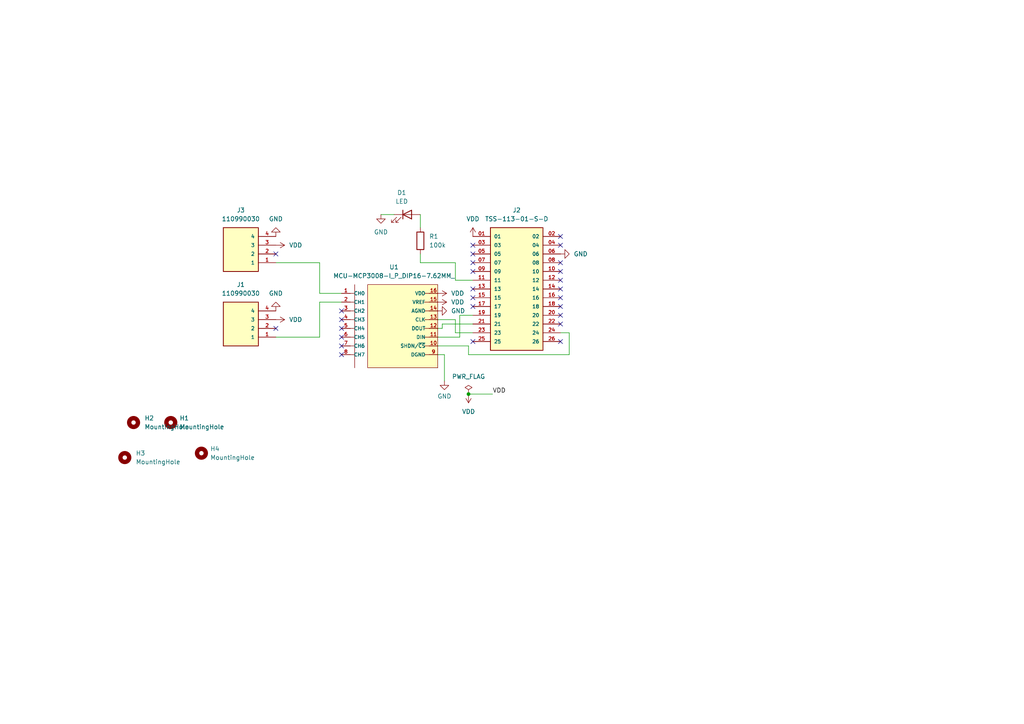
<source format=kicad_sch>
(kicad_sch (version 20230121) (generator eeschema)
  (paper "A4")
  (lib_symbols
    (symbol "Device:LED" (pin_numbers hide) (pin_names (offset 1.016) hide)
      (property "Reference" "D" (at 0 2.54 0))
      (property "Value" "LED" (at 0 -2.54 0))
      (symbol "LED_0_1"
        (polyline (pts (xy -1.27 -1.27) (xy -1.27 1.27)) (stroke (width 0.254)))
        (polyline (pts (xy -1.27 0) (xy 1.27 0)))
        (polyline (pts (xy 1.27 -1.27) (xy 1.27 1.27) (xy -1.27 0) (xy 1.27 -1.27)) (stroke (width 0.254)))
        (polyline (pts (xy -3.048 -0.762) (xy -4.572 -2.286) (xy -3.81 -2.286) (xy -4.572 -2.286) (xy -4.572 -1.524)))
        (polyline (pts (xy -1.778 -0.762) (xy -3.302 -2.286) (xy -2.54 -2.286) (xy -3.302 -2.286) (xy -3.302 -1.524)))
      )
      (symbol "LED_1_1"
        (pin passive line (at -3.81 0 0) (length 2.54) (name "K") (number "1"))
        (pin passive line (at 3.81 0 180) (length 2.54) (name "A") (number "2"))
      )
    )
    (symbol "Device:R" (pin_numbers hide) (pin_names (offset 0))
      (property "Reference" "R" (at 2.032 0 90))
      (property "Value" "R" (at 0 0 90))
      (symbol "R_0_1"
        (rectangle (start -1.016 -2.54) (end 1.016 2.54) (stroke (width 0.254)))
      )
      (symbol "R_1_1"
        (pin passive line (at 0 3.81 270) (length 1.27) (name "~") (number "1"))
        (pin passive line (at 0 -3.81 90) (length 1.27) (name "~") (number "2"))
      )
    )
    (symbol "Mechanical:MountingHole" (pin_names (offset 1.016))
      (property "Reference" "H" (at 0 5.08 0))
      (property "Value" "MountingHole" (at 0 3.175 0))
      (symbol "MountingHole_0_1"
        (circle (center 0 0) (radius 1.27) (stroke (width 1.27)))
      )
    )
    (symbol "lab7_1:110990030" (pin_names (offset 1.016))
      (property "Reference" "J" (at -5.08 5.842 0))
      (property "Value" "110990030" (at -5.08 -8.382 0))
      (symbol "110990030_0_0"
        (rectangle (start -5.08 -7.62) (end 5.08 5.08) (stroke (width 0.254)) (fill (type background)))
        (pin passive line (at -10.16 2.54 0) (length 5.08) (name "1") (number "1"))
        (pin passive line (at -10.16 0 0) (length 5.08) (name "2") (number "2"))
        (pin passive line (at -10.16 -2.54 0) (length 5.08) (name "3") (number "3"))
        (pin passive line (at -10.16 -5.08 0) (length 5.08) (name "4") (number "4"))
      )
    )
    (symbol "lab7_2:MCU-MCP3008-I_P_DIP16-7.62MM_" (pin_names (offset 1.016))
      (property "Reference" "U1" (at 1.2575 17.78 0))
      (property "Value" "MCU-MCP3008-I_P_DIP16-7.62MM_" (at 1.2575 15.24 0))
      (symbol "MCU-MCP3008-I_P_DIP16-7.62MM__0_0"
        (rectangle (start -6.3749 -11.43) (end 13.9451 12.7) (stroke (width 0.1524)) (fill (type background)))
        (polyline (pts (xy -11.43 -7.62) (xy -10.16 -7.62)) (stroke (width 0.1524)))
        (polyline (pts (xy -11.43 -5.08) (xy -10.16 -5.08)) (stroke (width 0.1524)))
        (polyline (pts (xy -11.43 -2.54) (xy -10.16 -2.54)) (stroke (width 0.1524)))
        (polyline (pts (xy -11.43 0) (xy -10.16 0)) (stroke (width 0.1524)))
        (polyline (pts (xy -11.43 2.54) (xy -10.16 2.54)) (stroke (width 0.1524)))
        (polyline (pts (xy -11.43 5.08) (xy -10.16 5.08)) (stroke (width 0.1524)))
        (polyline (pts (xy -11.43 7.62) (xy -10.16 7.62)) (stroke (width 0.1524)))
        (polyline (pts (xy -11.43 10.16) (xy -10.16 10.16)) (stroke (width 0.1524)))
        (polyline (pts (xy -10.16 -11.43) (xy -10.16 -2.54)) (stroke (width 0.1524)))
        (polyline (pts (xy -10.16 -2.54) (xy -10.16 0)) (stroke (width 0.1524)))
        (polyline (pts (xy -10.16 0) (xy -10.16 2.54)) (stroke (width 0.1524)))
        (polyline (pts (xy -10.16 2.54) (xy -10.16 5.08)) (stroke (width 0.1524)))
        (polyline (pts (xy -10.16 5.08) (xy -10.16 7.62)) (stroke (width 0.1524)))
        (polyline (pts (xy -10.16 7.62) (xy -10.16 10.16)) (stroke (width 0.1524)))
        (polyline (pts (xy -10.16 10.16) (xy -10.16 12.7)) (stroke (width 0.1524)))
        (polyline (pts (xy 10.16 -7.62) (xy 11.43 -7.62)) (stroke (width 0.1524)))
        (polyline (pts (xy 10.16 -5.08) (xy 11.43 -5.08)) (stroke (width 0.1524)))
        (polyline (pts (xy 10.16 -2.54) (xy 11.43 -2.54)) (stroke (width 0.1524)))
        (polyline (pts (xy 10.16 0) (xy 11.43 0)) (stroke (width 0.1524)))
        (polyline (pts (xy 10.16 2.54) (xy 11.43 2.54)) (stroke (width 0.1524)))
        (polyline (pts (xy 10.16 5.08) (xy 11.43 5.08)) (stroke (width 0.1524)))
        (polyline (pts (xy 10.16 7.62) (xy 11.43 7.62)) (stroke (width 0.1524)))
        (polyline (pts (xy 10.16 10.16) (xy 11.43 10.16)) (stroke (width 0.1524)))
        (pin output line (at -13.97 10.16 0) (length 2.54) (name "CH0") (number "1"))
        (pin output line (at 13.97 -5.08 180) (length 2.54) (name "SHDN/~{CS}") (number "10"))
        (pin input line (at 13.97 -2.54 180) (length 2.54) (name "DIN") (number "11"))
        (pin input line (at 13.97 0 180) (length 2.54) (name "DOUT") (number "12"))
        (pin output line (at 13.97 2.54 180) (length 2.54) (name "CLK") (number "13"))
        (pin input line (at 13.97 5.08 180) (length 2.54) (name "AGND") (number "14"))
        (pin input line (at 13.97 7.62 180) (length 2.54) (name "VREF") (number "15"))
        (pin power_in line (at 13.97 10.16 180) (length 2.54) (name "VDD") (number "16"))
        (pin input line (at -13.97 7.62 0) (length 2.54) (name "CH1") (number "2"))
        (pin output line (at -13.97 5.08 0) (length 2.54) (name "CH2") (number "3"))
        (pin input line (at -13.97 2.54 0) (length 2.54) (name "CH3") (number "4"))
        (pin input line (at -13.97 0 0) (length 2.54) (name "CH4") (number "5"))
        (pin input line (at -13.97 -2.54 0) (length 2.54) (name "CH5") (number "6"))
        (pin output line (at -13.97 -5.08 0) (length 2.54) (name "CH6") (number "7"))
        (pin input line (at -13.97 -7.62 0) (length 2.54) (name "CH7") (number "8"))
      )
      (symbol "MCU-MCP3008-I_P_DIP16-7.62MM__1_0"
        (pin passive line (at 13.97 -7.62 180) (length 2.54) (name "DGND") (number "9"))
      )
    )
    (symbol "lab7_3:TSS-113-01-S-D" (pin_names (offset 1.016))
      (property "Reference" "J" (at -8.12 17.78 0))
      (property "Value" "TSS-113-01-S-D" (at -7.62 -20.32 0))
      (symbol "TSS-113-01-S-D_0_0"
        (rectangle (start -7.62 -17.78) (end 7.62 17.78) (stroke (width 0.254)) (fill (type background)))
        (pin passive line (at -12.7 15.24 0) (length 5.08) (name "01") (number "01"))
        (pin passive line (at 12.7 15.24 180) (length 5.08) (name "02") (number "02"))
        (pin passive line (at -12.7 12.7 0) (length 5.08) (name "03") (number "03"))
        (pin passive line (at 12.7 12.7 180) (length 5.08) (name "04") (number "04"))
        (pin passive line (at -12.7 10.16 0) (length 5.08) (name "05") (number "05"))
        (pin passive line (at 12.7 10.16 180) (length 5.08) (name "06") (number "06"))
        (pin passive line (at -12.7 7.62 0) (length 5.08) (name "07") (number "07"))
        (pin passive line (at 12.7 7.62 180) (length 5.08) (name "08") (number "08"))
        (pin passive line (at -12.7 5.08 0) (length 5.08) (name "09") (number "09"))
        (pin passive line (at 12.7 5.08 180) (length 5.08) (name "10") (number "10"))
        (pin passive line (at -12.7 2.54 0) (length 5.08) (name "11") (number "11"))
        (pin passive line (at 12.7 2.54 180) (length 5.08) (name "12") (number "12"))
        (pin passive line (at -12.7 0 0) (length 5.08) (name "13") (number "13"))
        (pin passive line (at 12.7 0 180) (length 5.08) (name "14") (number "14"))
        (pin passive line (at -12.7 -2.54 0) (length 5.08) (name "15") (number "15"))
        (pin passive line (at 12.7 -2.54 180) (length 5.08) (name "16") (number "16"))
        (pin passive line (at -12.7 -5.08 0) (length 5.08) (name "17") (number "17"))
        (pin passive line (at 12.7 -5.08 180) (length 5.08) (name "18") (number "18"))
        (pin passive line (at -12.7 -7.62 0) (length 5.08) (name "19") (number "19"))
        (pin passive line (at 12.7 -7.62 180) (length 5.08) (name "20") (number "20"))
        (pin passive line (at -12.7 -10.16 0) (length 5.08) (name "21") (number "21"))
        (pin passive line (at 12.7 -10.16 180) (length 5.08) (name "22") (number "22"))
        (pin passive line (at -12.7 -12.7 0) (length 5.08) (name "23") (number "23"))
        (pin passive line (at 12.7 -12.7 180) (length 5.08) (name "24") (number "24"))
        (pin passive line (at -12.7 -15.24 0) (length 5.08) (name "25") (number "25"))
        (pin passive line (at 12.7 -15.24 180) (length 5.08) (name "26") (number "26"))
      )
    )
    (symbol "power:GND" (power) (pin_names (offset 0))
      (property "Value" "GND" (at 0 -3.81 0))
      (symbol "GND_0_1"
        (polyline (pts (xy 0 0) (xy 0 -1.27) (xy 1.27 -1.27) (xy 0 -2.54) (xy -1.27 -1.27) (xy 0 -1.27)))
      )
      (symbol "GND_1_1"
        (pin power_in line (at 0 0 270) (length 0) hide (name "GND") (number "1"))
      )
    )
    (symbol "power:PWR_FLAG" (power) (pin_numbers hide) (pin_names (offset 0) hide)
      (property "Value" "PWR_FLAG" (at 0 3.81 0))
      (symbol "PWR_FLAG_0_0"
        (pin power_out line (at 0 0 90) (length 0) (name "pwr") (number "1"))
      )
      (symbol "PWR_FLAG_0_1"
        (polyline (pts (xy 0 0) (xy 0 1.27) (xy -1.016 1.905) (xy 0 2.54) (xy 1.016 1.905) (xy 0 1.27)))
      )
    )
    (symbol "power:VDD" (power) (pin_names (offset 0))
      (property "Value" "VDD" (at 0 3.81 0))
      (symbol "VDD_0_1"
        (polyline (pts (xy -0.762 1.27) (xy 0 2.54)))
        (polyline (pts (xy 0 0) (xy 0 2.54)))
        (polyline (pts (xy 0 2.54) (xy 0.762 1.27)))
      )
      (symbol "VDD_1_1"
        (pin power_in line (at 0 0 90) (length 0) hide (name "VDD") (number "1"))
      )
    )
  )
  (junction (at 135.89 114.3))
  (no_connect (at 137.16 86.36))
  (no_connect (at 99.06 92.71))
  (no_connect (at 162.56 81.28))
  (no_connect (at 137.16 88.9))
  (no_connect (at 137.16 78.74))
  (no_connect (at 162.56 93.98))
  (no_connect (at 137.16 71.12))
  (no_connect (at 162.56 91.44))
  (no_connect (at 80.01 73.66))
  (no_connect (at 162.56 86.36))
  (no_connect (at 80.01 95.25))
  (no_connect (at 99.06 102.87))
  (no_connect (at 162.56 88.9))
  (no_connect (at 99.06 90.17))
  (no_connect (at 137.16 83.82))
  (no_connect (at 99.06 97.79))
  (no_connect (at 99.06 100.33))
  (no_connect (at 162.56 76.2))
  (no_connect (at 137.16 99.06))
  (no_connect (at 162.56 83.82))
  (no_connect (at 162.56 78.74))
  (no_connect (at 162.56 99.06))
  (no_connect (at 137.16 73.66))
  (no_connect (at 137.16 76.2))
  (no_connect (at 162.56 68.58))
  (no_connect (at 99.06 95.25))
  (no_connect (at 162.56 71.12))
  (wire (pts (xy 137.16 91.44) (xy 133.35 91.44)))
  (wire (pts (xy 133.35 97.79) (xy 127 97.79)))
  (wire (pts (xy 121.92 76.2) (xy 121.92 73.66)))
  (wire (pts (xy 137.16 93.98) (xy 128.27 93.98)))
  (wire (pts (xy 92.71 76.2) (xy 92.71 85.09)))
  (wire (pts (xy 80.01 97.79) (xy 92.71 97.79)))
  (wire (pts (xy 92.71 85.09) (xy 99.06 85.09)))
  (wire (pts (xy 165.1 96.52) (xy 165.1 102.87)))
  (wire (pts (xy 127 102.87) (xy 128.905 102.87)))
  (wire (pts (xy 135.89 100.33) (xy 127 100.33)))
  (wire (pts (xy 135.89 102.87) (xy 135.89 100.33)))
  (wire (pts (xy 92.71 87.63) (xy 99.06 87.63)))
  (wire (pts (xy 132.08 96.52) (xy 132.08 92.71)))
  (wire (pts (xy 142.875 114.3) (xy 135.89 114.3)))
  (wire (pts (xy 128.27 93.98) (xy 128.27 95.25)))
  (wire (pts (xy 128.905 102.87) (xy 128.905 110.49)))
  (wire (pts (xy 165.1 102.87) (xy 135.89 102.87)))
  (wire (pts (xy 92.71 97.79) (xy 92.71 87.63)))
  (wire (pts (xy 137.16 96.52) (xy 132.08 96.52)))
  (wire (pts (xy 128.27 95.25) (xy 127 95.25)))
  (wire (pts (xy 132.08 81.28) (xy 132.08 76.2)))
  (wire (pts (xy 110.49 62.23) (xy 114.3 62.23)))
  (wire (pts (xy 133.35 91.44) (xy 133.35 97.79)))
  (wire (pts (xy 121.92 62.23) (xy 121.92 66.04)))
  (wire (pts (xy 162.56 96.52) (xy 165.1 96.52)))
  (wire (pts (xy 80.01 76.2) (xy 92.71 76.2)))
  (wire (pts (xy 132.08 92.71) (xy 127 92.71)))
  (wire (pts (xy 132.08 76.2) (xy 121.92 76.2)))
  (wire (pts (xy 137.16 81.28) (xy 132.08 81.28)))
  (label "VDD" (at 142.875 114.3 0))
  (symbol (lib_id "Mechanical:MountingHole") (at 36.195 132.715 0) (unit 1)
    (property "Reference" "H3" (at 39.37 131.445 0) (effects (justify left)))
    (property "Value" "MountingHole" (at 39.37 133.985 0) (effects (justify left)))
  )
  (symbol (lib_id "power:VDD") (at 80.01 92.71 270) (unit 1)
    (property "Reference" "#PWR08" (effects hide))
    (property "Value" "VDD" (at 83.82 92.71 90) (effects (justify left)))
  )
  (symbol (lib_id "power:PWR_FLAG") (at 135.89 114.3 0) (unit 1)
    (property "Reference" "#FLG01" (effects hide))
    (property "Value" "PWR_FLAG" (at 135.89 109.22 0))
  )
  (symbol (lib_id "power:GND") (at 162.56 73.66 90) (unit 1)
    (property "Reference" "#PWR05" (effects hide))
    (property "Value" "GND" (at 166.37 73.66 90) (effects (justify right)))
  )
  (symbol (lib_id "lab7_3:TSS-113-01-S-D") (at 149.86 83.82 0) (unit 1)
    (property "Reference" "J2" (at 149.86 60.96 0))
    (property "Value" "TSS-113-01-S-D" (at 149.86 63.5 0))
    (property "Footprint" "downloads:SAMTEC_TSS-113-01-S-D" (effects hide))
    (property "MF" "Samtec Inc." (effects hide))
    (property "Description" "\n                        \n                            Connector Header Through Hole 26 position 0.100 (2.54mm)\n                        \n" (effects hide))
    (property "Package" "None" (effects hide))
    (property "Price" "None" (effects hide))
    (property "Check_prices" "https://www.snapeda.com/parts/TSS-113-01-S-D/Samtec+Inc./view-part/?ref=eda" (effects hide))
    (property "STANDARD" "Manufacturer Recommendations" (effects hide))
    (property "PARTREV" "R" (effects hide))
    (property "SnapEDA_Link" "https://www.snapeda.com/parts/TSS-113-01-S-D/Samtec+Inc./view-part/?ref=snap" (effects hide))
    (property "MP" "TSS-113-01-S-D" (effects hide))
    (property "Availability" "In Stock" (effects hide))
    (property "MANUFACTURER" "Samtec Inc." (effects hide))
  )
  (symbol (lib_id "power:GND") (at 80.01 68.58 180) (unit 1)
    (property "Reference" "#PWR02" (effects hide))
    (property "Value" "GND" (at 80.01 63.5 0))
  )
  (symbol (lib_id "power:GND") (at 110.49 62.23 0) (unit 1)
    (property "Reference" "#PWR03" (effects hide))
    (property "Value" "GND" (at 110.49 67.31 0))
  )
  (symbol (lib_id "lab7_1:110990030") (at 69.85 95.25 180) (unit 1)
    (property "Reference" "J1" (at 69.85 82.55 0))
    (property "Value" "110990030" (at 69.85 85.09 0))
    (property "Footprint" "downloads:SEEED_110990030" (effects hide))
    (property "MF" "Seeed Technology" (effects hide))
    (property "MAXIMUM_PACKAGE_HEIGHT" "8.1mm" (effects hide))
    (property "Package" "None" (effects hide))
    (property "Price" "None" (effects hide))
    (property "Check_prices" "https://www.snapeda.com/parts/110990030/Seeed+Studio/view-part/?ref=eda" (effects hide))
    (property "STANDARD" "Manufacturer Recommendations" (effects hide))
    (property "PARTREV" "A" (effects hide))
    (property "SnapEDA_Link" "https://www.snapeda.com/parts/110990030/Seeed+Studio/view-part/?ref=snap" (effects hide))
    (property "MP" "110990030" (effects hide))
    (property "Description" "\n                        \n                            GROVE 2MM 4PIN VERT CONN 10PCS\n                        \n" (effects hide))
    (property "Availability" "In Stock" (effects hide))
    (property "MANUFACTURER" "Seeed Technology" (effects hide))
  )
  (symbol (lib_id "Device:R") (at 121.92 69.85 0) (unit 1)
    (property "Reference" "R1" (at 124.46 68.58 0) (effects (justify left)))
    (property "Value" "100k" (at 124.46 71.12 0) (effects (justify left)))
    (property "Footprint" "Resistor_THT:R_Axial_DIN0207_L6.3mm_D2.5mm_P15.24mm_Horizontal" (effects hide))
  )
  (symbol (lib_id "power:VDD") (at 127 87.63 270) (unit 1)
    (property "Reference" "#PWR010" (effects hide))
    (property "Value" "VDD" (at 130.81 87.63 90) (effects (justify left)))
  )
  (symbol (lib_id "lab7_2:MCU-MCP3008-I_P_DIP16-7.62MM_") (at 113.03 95.25 0) (unit 1)
    (property "Reference" "U1" (at 114.2875 77.47 0))
    (property "Value" "MCU-MCP3008-I_P_DIP16-7.62MM_" (at 114.2875 80.01 0))
    (property "Footprint" "downloads:DIP16-2.54-19.2X7.62MM" (effects hide))
    (property "MF" "Microchip" (effects hide))
    (property "Description" "\n                        \n                            Microchip 10 bit Serial ADC Differential Input 16-Pin PDIP | Microchip Technology Inc. MCP3008-I/P\n                        \n" (effects hide))
    (property "Package" "DIP-16 Microchip" (effects hide))
    (property "MPN" "MCP3008-I/P" (effects hide))
    (property "Price" "None" (effects hide))
    (property "VALUE" "MCP3008-I/P-DIP16" (effects hide))
    (property "SnapEDA_Link" "https://www.snapeda.com/parts/MCP3008-I/P/Microchip/view-part/?ref=snap" (effects hide))
    (property "MP" "MCP3008-I/P" (effects hide))
    (property "Availability" "In Stock" (effects hide))
    (property "Check_prices" "https://www.snapeda.com/parts/MCP3008-I/P/Microchip/view-part/?ref=eda" (effects hide))
  )
  (symbol (lib_id "power:GND") (at 128.905 110.49 0) (unit 1)
    (property "Reference" "#PWR04" (effects hide))
    (property "Value" "GND" (at 128.905 114.935 0))
  )
  (symbol (lib_id "power:VDD") (at 127 85.09 270) (unit 1)
    (property "Reference" "#PWR09" (effects hide))
    (property "Value" "VDD" (at 130.81 85.09 90) (effects (justify left)))
  )
  (symbol (lib_id "lab7_1:110990030") (at 69.85 73.66 180) (unit 1)
    (property "Reference" "J3" (at 69.85 60.96 0))
    (property "Value" "110990030" (at 69.85 63.5 0))
    (property "Footprint" "downloads:SEEED_110990030" (effects hide))
    (property "MF" "Seeed Technology" (effects hide))
    (property "MAXIMUM_PACKAGE_HEIGHT" "8.1mm" (effects hide))
    (property "Package" "None" (effects hide))
    (property "Price" "None" (effects hide))
    (property "Check_prices" "https://www.snapeda.com/parts/110990030/Seeed+Studio/view-part/?ref=eda" (effects hide))
    (property "STANDARD" "Manufacturer Recommendations" (effects hide))
    (property "PARTREV" "A" (effects hide))
    (property "SnapEDA_Link" "https://www.snapeda.com/parts/110990030/Seeed+Studio/view-part/?ref=snap" (effects hide))
    (property "MP" "110990030" (effects hide))
    (property "Description" "\n                        \n                            GROVE 2MM 4PIN VERT CONN 10PCS\n                        \n" (effects hide))
    (property "Availability" "In Stock" (effects hide))
    (property "MANUFACTURER" "Seeed Technology" (effects hide))
  )
  (symbol (lib_id "power:VDD") (at 137.16 68.58 0) (unit 1)
    (property "Reference" "#PWR06" (effects hide))
    (property "Value" "VDD" (at 137.16 63.5 0))
  )
  (symbol (lib_id "power:VDD") (at 80.01 71.12 270) (unit 1)
    (property "Reference" "#PWR07" (effects hide))
    (property "Value" "VDD" (at 83.82 71.12 90) (effects (justify left)))
  )
  (symbol (lib_id "Mechanical:MountingHole") (at 58.42 131.445 0) (unit 1)
    (property "Reference" "H4" (at 60.96 130.175 0) (effects (justify left)))
    (property "Value" "MountingHole" (at 60.96 132.715 0) (effects (justify left)))
  )
  (symbol (lib_id "power:GND") (at 127 90.17 90) (unit 1)
    (property "Reference" "#PWR011" (effects hide))
    (property "Value" "GND" (at 130.81 90.17 90) (effects (justify right)))
  )
  (symbol (lib_id "Device:LED") (at 118.11 62.23 0) (unit 1)
    (property "Reference" "D1" (at 116.5225 55.88 0))
    (property "Value" "LED" (at 116.5225 58.42 0))
    (property "Footprint" "Diode_THT:D_5KPW_P7.62mm_Vertical_AnodeUp" (effects hide))
  )
  (symbol (lib_id "Mechanical:MountingHole") (at 49.53 122.555 0) (unit 1)
    (property "Reference" "H1" (at 52.07 121.285 0) (effects (justify left)))
    (property "Value" "MountingHole" (at 52.07 123.825 0) (effects (justify left)))
  )
  (symbol (lib_id "power:VDD") (at 135.89 114.3 180) (unit 1)
    (property "Reference" "#PWR013" (effects hide))
    (property "Value" "VDD" (at 135.89 119.38 0))
  )
  (symbol (lib_id "Mechanical:MountingHole") (at 38.735 122.555 0) (unit 1)
    (property "Reference" "H2" (at 41.91 121.285 0) (effects (justify left)))
    (property "Value" "MountingHole" (at 41.91 123.825 0) (effects (justify left)))
  )
  (symbol (lib_id "power:GND") (at 80.01 90.17 180) (unit 1)
    (property "Reference" "#PWR01" (effects hide))
    (property "Value" "GND" (at 80.01 85.09 0))
  )
)
</source>
